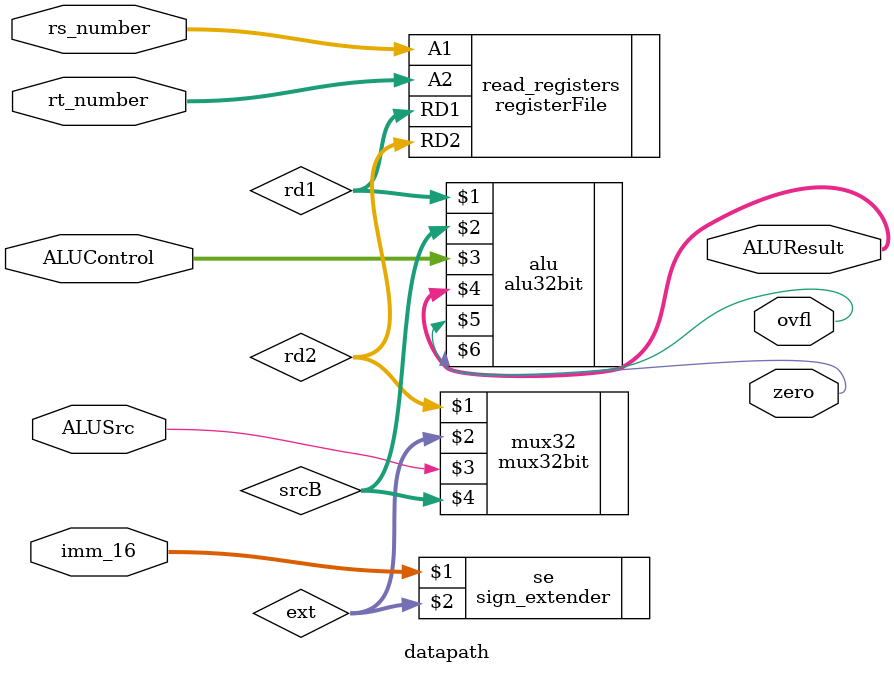
<source format=sv>
`include "registerfile.sv"

/*******************************************
/	Name: Edward Herrera
/
/	Module name: datapath
/
/	Inputs:  5-bit rs number, 5-bit rt number, and 16 bit immediate
/			 Control bits ALUSrc, and ALUControl
/
/	Output:  The 32 bit ALU_result and 1 bit outputs Overflow and Zero
/
/	Purpose: Read values into registers from register file, then sign extend the 16 bit immediate, then instatiate 32 bit mux and 32 bit ALU
/
/******************************************/

`timescale 1ps/100fs

module datapath(
  input [4:0] rs_number, rt_number,
  input [15:0] imm_16,
  input ALUSrc,
  input [3:0] ALUControl,
  output zero,
  output ovfl,
  output [31:0] ALUResult
);
  //temporaries to hold rd1, rd2, signextended imm, srcB
  wire [31:0] rd1, rd2;
  wire [31:0] ext;
  wire [31:0] srcB;

  //read values into registers from register file
  registerFile read_registers(.A1(rs_number), 
                              .A2(rt_number), 
                              .RD1(rd1), 
                              .RD2(rd2));
  
  //16 to 32 bit sign extension
  sign_extender se(imm_16,ext);
  
  //32 bit mux
  mux32bit mux32(rd2,ext,ALUSrc,srcB);
  
  //32 bit ALU
  alu32bit alu(rd1,srcB,ALUControl,ALUResult,ovfl,zero);
  

endmodule
</source>
